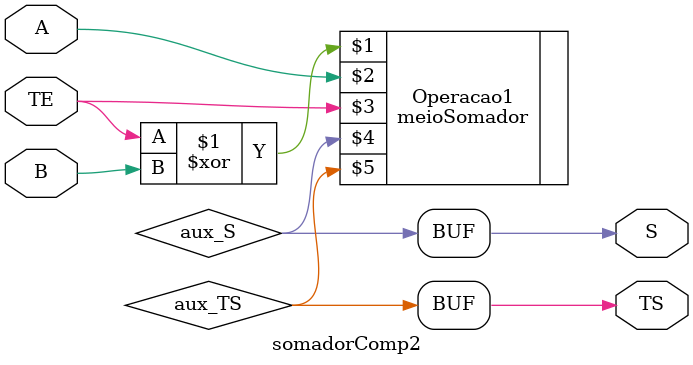
<source format=v>
module somadorComp2(B, A, TE, S, TS); //TE representa o tipo de operacao, sendo 0 para soma e 1 para subtracao
	input B, A, TE; // [3:0]
	output S; // [3:0]
	output TS; // [3:0]
	
	wire aux_S, aux_TS; // [3:0]
	
   meioSomador Operacao1 ((TE ^ B), A,   TE, aux_S, aux_TS);
	//meioSomador Operacao2 ((Te ^ B[1]), A[1], aux_TS[0], aux_S[1], aux_TS[1]);
	//meioSomador Operacao3 ((Te ^ B[2]), A[2], aux_TS[1], aux_S[2], aux_TS[2]);
	//meioSomador Operacao4 ((Te ^ B[3]), A[3], aux_TS[2], aux_S[3], aux_TS[3]);	
	
	assign S = aux_S;
	assign TS = aux_TS;
	//assign S[0] = aux_S[1];
	//assign S[0] = aux_S[2];
	//assign S[0] = aux_S[3];
	
endmodule 
</source>
